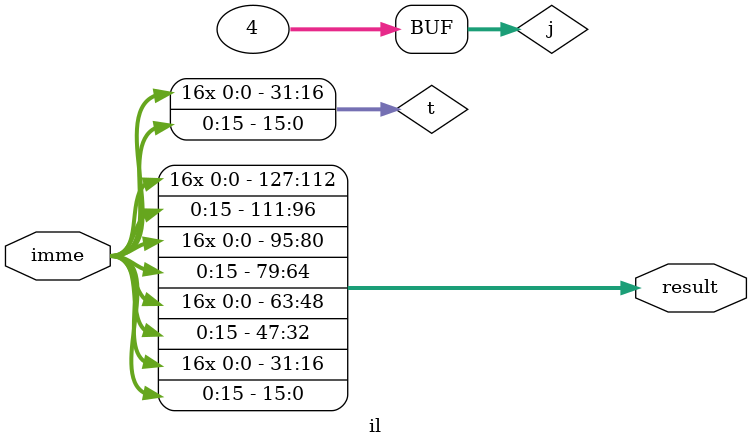
<source format=v>
module il(
  input [0:15] imme,

  output [0:127] result
);
integer j;
reg [0:31] t;
always @(*) begin
  t = {{16{imme[0]}}, imme};
  for (j = 0; j < 4; j = j + 1) begin
    result[j*32 +: 32] = t;
  end
end
endmodule
</source>
